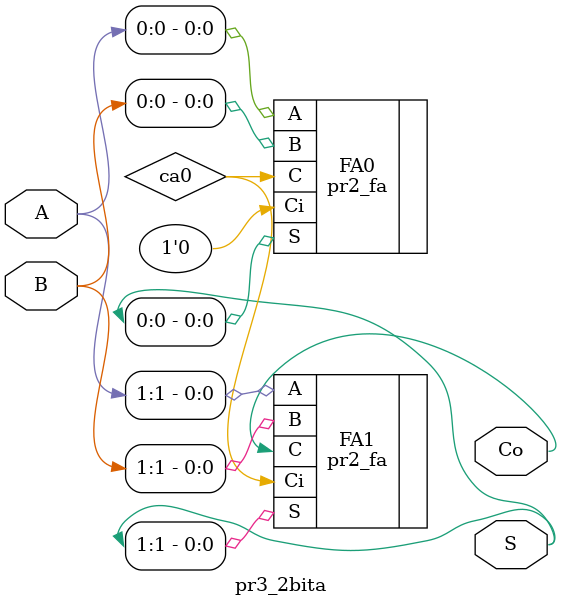
<source format=v>
`timescale 1ns / 1ps


module pr3_2bita(
    input [1:0] A,
    input [1:0] B,
    output [1:0] S,
    output Co
    ); // Ci ¸¦ ¼±¾ðÇÒ ÇÊ¿ä°¡ ¾øÀ½ why?: FA ÇÔ¼ö¿¡¼­ 1ºñÆ®Â¥¸®·Î ¾²°í ÀÖ°í 0 °ªÀ» ÀÌ¹Ì ÁáÀ» »Ó´õ·¯ FA0¿¡¼­¸¸ »ç¿ëµÇ±â ¶§¹®
    
    wire ca0;
    
     pr2_fa FA0( .A(A[0]), .B(B[0]), .Ci(1'b0), .S(S[0]), .C(ca0) );
     pr2_fa FA1( .A(A[1]), .B(B[1]), .Ci(ca0), .S(S[1]), .C(Co) ); // C(Co)¿¡¼­ C: full adder ¾È¿¡ ÀÖ´Â Port, ()¾È¿¡ ÀÖ´Â °ÍÀÌ Wire, Áï Áö±Ý ¸ðµâÀÇ º¯¼ö?
    
endmodule

</source>
